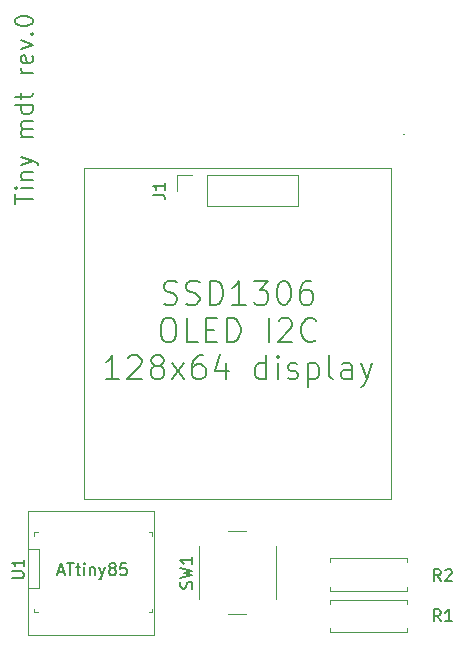
<source format=gbr>
G04 #@! TF.GenerationSoftware,KiCad,Pcbnew,(5.1.9)-1*
G04 #@! TF.CreationDate,2024-02-11T16:08:01+01:00*
G04 #@! TF.ProjectId,tiny_dt_0,74696e79-5f64-4745-9f30-2e6b69636164,rev?*
G04 #@! TF.SameCoordinates,Original*
G04 #@! TF.FileFunction,Legend,Top*
G04 #@! TF.FilePolarity,Positive*
%FSLAX46Y46*%
G04 Gerber Fmt 4.6, Leading zero omitted, Abs format (unit mm)*
G04 Created by KiCad (PCBNEW (5.1.9)-1) date 2024-02-11 16:08:01*
%MOMM*%
%LPD*%
G01*
G04 APERTURE LIST*
%ADD10C,0.150000*%
%ADD11C,0.120000*%
%ADD12C,0.100000*%
G04 APERTURE END LIST*
D10*
X187321428Y-102666666D02*
X187797619Y-102666666D01*
X187226190Y-102952380D02*
X187559523Y-101952380D01*
X187892857Y-102952380D01*
X188083333Y-101952380D02*
X188654761Y-101952380D01*
X188369047Y-102952380D02*
X188369047Y-101952380D01*
X188845238Y-102285714D02*
X189226190Y-102285714D01*
X188988095Y-101952380D02*
X188988095Y-102809523D01*
X189035714Y-102904761D01*
X189130952Y-102952380D01*
X189226190Y-102952380D01*
X189559523Y-102952380D02*
X189559523Y-102285714D01*
X189559523Y-101952380D02*
X189511904Y-102000000D01*
X189559523Y-102047619D01*
X189607142Y-102000000D01*
X189559523Y-101952380D01*
X189559523Y-102047619D01*
X190035714Y-102285714D02*
X190035714Y-102952380D01*
X190035714Y-102380952D02*
X190083333Y-102333333D01*
X190178571Y-102285714D01*
X190321428Y-102285714D01*
X190416666Y-102333333D01*
X190464285Y-102428571D01*
X190464285Y-102952380D01*
X190845238Y-102285714D02*
X191083333Y-102952380D01*
X191321428Y-102285714D02*
X191083333Y-102952380D01*
X190988095Y-103190476D01*
X190940476Y-103238095D01*
X190845238Y-103285714D01*
X191845238Y-102380952D02*
X191750000Y-102333333D01*
X191702380Y-102285714D01*
X191654761Y-102190476D01*
X191654761Y-102142857D01*
X191702380Y-102047619D01*
X191750000Y-102000000D01*
X191845238Y-101952380D01*
X192035714Y-101952380D01*
X192130952Y-102000000D01*
X192178571Y-102047619D01*
X192226190Y-102142857D01*
X192226190Y-102190476D01*
X192178571Y-102285714D01*
X192130952Y-102333333D01*
X192035714Y-102380952D01*
X191845238Y-102380952D01*
X191750000Y-102428571D01*
X191702380Y-102476190D01*
X191654761Y-102571428D01*
X191654761Y-102761904D01*
X191702380Y-102857142D01*
X191750000Y-102904761D01*
X191845238Y-102952380D01*
X192035714Y-102952380D01*
X192130952Y-102904761D01*
X192178571Y-102857142D01*
X192226190Y-102761904D01*
X192226190Y-102571428D01*
X192178571Y-102476190D01*
X192130952Y-102428571D01*
X192035714Y-102380952D01*
X193130952Y-101952380D02*
X192654761Y-101952380D01*
X192607142Y-102428571D01*
X192654761Y-102380952D01*
X192750000Y-102333333D01*
X192988095Y-102333333D01*
X193083333Y-102380952D01*
X193130952Y-102428571D01*
X193178571Y-102523809D01*
X193178571Y-102761904D01*
X193130952Y-102857142D01*
X193083333Y-102904761D01*
X192988095Y-102952380D01*
X192750000Y-102952380D01*
X192654761Y-102904761D01*
X192607142Y-102857142D01*
X183678571Y-71535714D02*
X183678571Y-70678571D01*
X185178571Y-71107142D02*
X183678571Y-71107142D01*
X185178571Y-70178571D02*
X184178571Y-70178571D01*
X183678571Y-70178571D02*
X183750000Y-70250000D01*
X183821428Y-70178571D01*
X183750000Y-70107142D01*
X183678571Y-70178571D01*
X183821428Y-70178571D01*
X184178571Y-69464285D02*
X185178571Y-69464285D01*
X184321428Y-69464285D02*
X184250000Y-69392857D01*
X184178571Y-69250000D01*
X184178571Y-69035714D01*
X184250000Y-68892857D01*
X184392857Y-68821428D01*
X185178571Y-68821428D01*
X184178571Y-68250000D02*
X185178571Y-67892857D01*
X184178571Y-67535714D02*
X185178571Y-67892857D01*
X185535714Y-68035714D01*
X185607142Y-68107142D01*
X185678571Y-68250000D01*
X185178571Y-65821428D02*
X184178571Y-65821428D01*
X184321428Y-65821428D02*
X184250000Y-65750000D01*
X184178571Y-65607142D01*
X184178571Y-65392857D01*
X184250000Y-65250000D01*
X184392857Y-65178571D01*
X185178571Y-65178571D01*
X184392857Y-65178571D02*
X184250000Y-65107142D01*
X184178571Y-64964285D01*
X184178571Y-64750000D01*
X184250000Y-64607142D01*
X184392857Y-64535714D01*
X185178571Y-64535714D01*
X185178571Y-63178571D02*
X183678571Y-63178571D01*
X185107142Y-63178571D02*
X185178571Y-63321428D01*
X185178571Y-63607142D01*
X185107142Y-63750000D01*
X185035714Y-63821428D01*
X184892857Y-63892857D01*
X184464285Y-63892857D01*
X184321428Y-63821428D01*
X184250000Y-63750000D01*
X184178571Y-63607142D01*
X184178571Y-63321428D01*
X184250000Y-63178571D01*
X184178571Y-62678571D02*
X184178571Y-62107142D01*
X183678571Y-62464285D02*
X184964285Y-62464285D01*
X185107142Y-62392857D01*
X185178571Y-62250000D01*
X185178571Y-62107142D01*
X185178571Y-60464285D02*
X184178571Y-60464285D01*
X184464285Y-60464285D02*
X184321428Y-60392857D01*
X184250000Y-60321428D01*
X184178571Y-60178571D01*
X184178571Y-60035714D01*
X185107142Y-58964285D02*
X185178571Y-59107142D01*
X185178571Y-59392857D01*
X185107142Y-59535714D01*
X184964285Y-59607142D01*
X184392857Y-59607142D01*
X184250000Y-59535714D01*
X184178571Y-59392857D01*
X184178571Y-59107142D01*
X184250000Y-58964285D01*
X184392857Y-58892857D01*
X184535714Y-58892857D01*
X184678571Y-59607142D01*
X184178571Y-58392857D02*
X185178571Y-58035714D01*
X184178571Y-57678571D01*
X185035714Y-57107142D02*
X185107142Y-57035714D01*
X185178571Y-57107142D01*
X185107142Y-57178571D01*
X185035714Y-57107142D01*
X185178571Y-57107142D01*
X183678571Y-56107142D02*
X183678571Y-55964285D01*
X183750000Y-55821428D01*
X183821428Y-55750000D01*
X183964285Y-55678571D01*
X184250000Y-55607142D01*
X184607142Y-55607142D01*
X184892857Y-55678571D01*
X185035714Y-55750000D01*
X185107142Y-55821428D01*
X185178571Y-55964285D01*
X185178571Y-56107142D01*
X185107142Y-56250000D01*
X185035714Y-56321428D01*
X184892857Y-56392857D01*
X184607142Y-56464285D01*
X184250000Y-56464285D01*
X183964285Y-56392857D01*
X183821428Y-56321428D01*
X183750000Y-56250000D01*
X183678571Y-56107142D01*
D11*
X185750000Y-104000000D02*
X184750000Y-104000000D01*
X185750000Y-100750000D02*
X185750000Y-104000000D01*
X184750000Y-100750000D02*
X185750000Y-100750000D01*
X184750000Y-97500000D02*
X185000000Y-97500000D01*
X184750000Y-108000000D02*
X184750000Y-97500000D01*
X195500000Y-108000000D02*
X184750000Y-108000000D01*
X195500000Y-97500000D02*
X195500000Y-108000000D01*
X185000000Y-97500000D02*
X195500000Y-97500000D01*
D10*
X196266666Y-79959523D02*
X196552380Y-80054761D01*
X197028571Y-80054761D01*
X197219047Y-79959523D01*
X197314285Y-79864285D01*
X197409523Y-79673809D01*
X197409523Y-79483333D01*
X197314285Y-79292857D01*
X197219047Y-79197619D01*
X197028571Y-79102380D01*
X196647619Y-79007142D01*
X196457142Y-78911904D01*
X196361904Y-78816666D01*
X196266666Y-78626190D01*
X196266666Y-78435714D01*
X196361904Y-78245238D01*
X196457142Y-78150000D01*
X196647619Y-78054761D01*
X197123809Y-78054761D01*
X197409523Y-78150000D01*
X198171428Y-79959523D02*
X198457142Y-80054761D01*
X198933333Y-80054761D01*
X199123809Y-79959523D01*
X199219047Y-79864285D01*
X199314285Y-79673809D01*
X199314285Y-79483333D01*
X199219047Y-79292857D01*
X199123809Y-79197619D01*
X198933333Y-79102380D01*
X198552380Y-79007142D01*
X198361904Y-78911904D01*
X198266666Y-78816666D01*
X198171428Y-78626190D01*
X198171428Y-78435714D01*
X198266666Y-78245238D01*
X198361904Y-78150000D01*
X198552380Y-78054761D01*
X199028571Y-78054761D01*
X199314285Y-78150000D01*
X200171428Y-80054761D02*
X200171428Y-78054761D01*
X200647619Y-78054761D01*
X200933333Y-78150000D01*
X201123809Y-78340476D01*
X201219047Y-78530952D01*
X201314285Y-78911904D01*
X201314285Y-79197619D01*
X201219047Y-79578571D01*
X201123809Y-79769047D01*
X200933333Y-79959523D01*
X200647619Y-80054761D01*
X200171428Y-80054761D01*
X203219047Y-80054761D02*
X202076190Y-80054761D01*
X202647619Y-80054761D02*
X202647619Y-78054761D01*
X202457142Y-78340476D01*
X202266666Y-78530952D01*
X202076190Y-78626190D01*
X203885714Y-78054761D02*
X205123809Y-78054761D01*
X204457142Y-78816666D01*
X204742857Y-78816666D01*
X204933333Y-78911904D01*
X205028571Y-79007142D01*
X205123809Y-79197619D01*
X205123809Y-79673809D01*
X205028571Y-79864285D01*
X204933333Y-79959523D01*
X204742857Y-80054761D01*
X204171428Y-80054761D01*
X203980952Y-79959523D01*
X203885714Y-79864285D01*
X206361904Y-78054761D02*
X206552380Y-78054761D01*
X206742857Y-78150000D01*
X206838095Y-78245238D01*
X206933333Y-78435714D01*
X207028571Y-78816666D01*
X207028571Y-79292857D01*
X206933333Y-79673809D01*
X206838095Y-79864285D01*
X206742857Y-79959523D01*
X206552380Y-80054761D01*
X206361904Y-80054761D01*
X206171428Y-79959523D01*
X206076190Y-79864285D01*
X205980952Y-79673809D01*
X205885714Y-79292857D01*
X205885714Y-78816666D01*
X205980952Y-78435714D01*
X206076190Y-78245238D01*
X206171428Y-78150000D01*
X206361904Y-78054761D01*
X208742857Y-78054761D02*
X208361904Y-78054761D01*
X208171428Y-78150000D01*
X208076190Y-78245238D01*
X207885714Y-78530952D01*
X207790476Y-78911904D01*
X207790476Y-79673809D01*
X207885714Y-79864285D01*
X207980952Y-79959523D01*
X208171428Y-80054761D01*
X208552380Y-80054761D01*
X208742857Y-79959523D01*
X208838095Y-79864285D01*
X208933333Y-79673809D01*
X208933333Y-79197619D01*
X208838095Y-79007142D01*
X208742857Y-78911904D01*
X208552380Y-78816666D01*
X208171428Y-78816666D01*
X207980952Y-78911904D01*
X207885714Y-79007142D01*
X207790476Y-79197619D01*
X196504761Y-81204761D02*
X196885714Y-81204761D01*
X197076190Y-81300000D01*
X197266666Y-81490476D01*
X197361904Y-81871428D01*
X197361904Y-82538095D01*
X197266666Y-82919047D01*
X197076190Y-83109523D01*
X196885714Y-83204761D01*
X196504761Y-83204761D01*
X196314285Y-83109523D01*
X196123809Y-82919047D01*
X196028571Y-82538095D01*
X196028571Y-81871428D01*
X196123809Y-81490476D01*
X196314285Y-81300000D01*
X196504761Y-81204761D01*
X199171428Y-83204761D02*
X198219047Y-83204761D01*
X198219047Y-81204761D01*
X199838095Y-82157142D02*
X200504761Y-82157142D01*
X200790476Y-83204761D02*
X199838095Y-83204761D01*
X199838095Y-81204761D01*
X200790476Y-81204761D01*
X201647619Y-83204761D02*
X201647619Y-81204761D01*
X202123809Y-81204761D01*
X202409523Y-81300000D01*
X202600000Y-81490476D01*
X202695238Y-81680952D01*
X202790476Y-82061904D01*
X202790476Y-82347619D01*
X202695238Y-82728571D01*
X202600000Y-82919047D01*
X202409523Y-83109523D01*
X202123809Y-83204761D01*
X201647619Y-83204761D01*
X205171428Y-83204761D02*
X205171428Y-81204761D01*
X206028571Y-81395238D02*
X206123809Y-81300000D01*
X206314285Y-81204761D01*
X206790476Y-81204761D01*
X206980952Y-81300000D01*
X207076190Y-81395238D01*
X207171428Y-81585714D01*
X207171428Y-81776190D01*
X207076190Y-82061904D01*
X205933333Y-83204761D01*
X207171428Y-83204761D01*
X209171428Y-83014285D02*
X209076190Y-83109523D01*
X208790476Y-83204761D01*
X208600000Y-83204761D01*
X208314285Y-83109523D01*
X208123809Y-82919047D01*
X208028571Y-82728571D01*
X207933333Y-82347619D01*
X207933333Y-82061904D01*
X208028571Y-81680952D01*
X208123809Y-81490476D01*
X208314285Y-81300000D01*
X208600000Y-81204761D01*
X208790476Y-81204761D01*
X209076190Y-81300000D01*
X209171428Y-81395238D01*
X192504761Y-86354761D02*
X191361904Y-86354761D01*
X191933333Y-86354761D02*
X191933333Y-84354761D01*
X191742857Y-84640476D01*
X191552380Y-84830952D01*
X191361904Y-84926190D01*
X193266666Y-84545238D02*
X193361904Y-84450000D01*
X193552380Y-84354761D01*
X194028571Y-84354761D01*
X194219047Y-84450000D01*
X194314285Y-84545238D01*
X194409523Y-84735714D01*
X194409523Y-84926190D01*
X194314285Y-85211904D01*
X193171428Y-86354761D01*
X194409523Y-86354761D01*
X195552380Y-85211904D02*
X195361904Y-85116666D01*
X195266666Y-85021428D01*
X195171428Y-84830952D01*
X195171428Y-84735714D01*
X195266666Y-84545238D01*
X195361904Y-84450000D01*
X195552380Y-84354761D01*
X195933333Y-84354761D01*
X196123809Y-84450000D01*
X196219047Y-84545238D01*
X196314285Y-84735714D01*
X196314285Y-84830952D01*
X196219047Y-85021428D01*
X196123809Y-85116666D01*
X195933333Y-85211904D01*
X195552380Y-85211904D01*
X195361904Y-85307142D01*
X195266666Y-85402380D01*
X195171428Y-85592857D01*
X195171428Y-85973809D01*
X195266666Y-86164285D01*
X195361904Y-86259523D01*
X195552380Y-86354761D01*
X195933333Y-86354761D01*
X196123809Y-86259523D01*
X196219047Y-86164285D01*
X196314285Y-85973809D01*
X196314285Y-85592857D01*
X196219047Y-85402380D01*
X196123809Y-85307142D01*
X195933333Y-85211904D01*
X196980952Y-86354761D02*
X198028571Y-85021428D01*
X196980952Y-85021428D02*
X198028571Y-86354761D01*
X199647619Y-84354761D02*
X199266666Y-84354761D01*
X199076190Y-84450000D01*
X198980952Y-84545238D01*
X198790476Y-84830952D01*
X198695238Y-85211904D01*
X198695238Y-85973809D01*
X198790476Y-86164285D01*
X198885714Y-86259523D01*
X199076190Y-86354761D01*
X199457142Y-86354761D01*
X199647619Y-86259523D01*
X199742857Y-86164285D01*
X199838095Y-85973809D01*
X199838095Y-85497619D01*
X199742857Y-85307142D01*
X199647619Y-85211904D01*
X199457142Y-85116666D01*
X199076190Y-85116666D01*
X198885714Y-85211904D01*
X198790476Y-85307142D01*
X198695238Y-85497619D01*
X201552380Y-85021428D02*
X201552380Y-86354761D01*
X201076190Y-84259523D02*
X200600000Y-85688095D01*
X201838095Y-85688095D01*
X204980952Y-86354761D02*
X204980952Y-84354761D01*
X204980952Y-86259523D02*
X204790476Y-86354761D01*
X204409523Y-86354761D01*
X204219047Y-86259523D01*
X204123809Y-86164285D01*
X204028571Y-85973809D01*
X204028571Y-85402380D01*
X204123809Y-85211904D01*
X204219047Y-85116666D01*
X204409523Y-85021428D01*
X204790476Y-85021428D01*
X204980952Y-85116666D01*
X205933333Y-86354761D02*
X205933333Y-85021428D01*
X205933333Y-84354761D02*
X205838095Y-84450000D01*
X205933333Y-84545238D01*
X206028571Y-84450000D01*
X205933333Y-84354761D01*
X205933333Y-84545238D01*
X206790476Y-86259523D02*
X206980952Y-86354761D01*
X207361904Y-86354761D01*
X207552380Y-86259523D01*
X207647619Y-86069047D01*
X207647619Y-85973809D01*
X207552380Y-85783333D01*
X207361904Y-85688095D01*
X207076190Y-85688095D01*
X206885714Y-85592857D01*
X206790476Y-85402380D01*
X206790476Y-85307142D01*
X206885714Y-85116666D01*
X207076190Y-85021428D01*
X207361904Y-85021428D01*
X207552380Y-85116666D01*
X208504761Y-85021428D02*
X208504761Y-87021428D01*
X208504761Y-85116666D02*
X208695238Y-85021428D01*
X209076190Y-85021428D01*
X209266666Y-85116666D01*
X209361904Y-85211904D01*
X209457142Y-85402380D01*
X209457142Y-85973809D01*
X209361904Y-86164285D01*
X209266666Y-86259523D01*
X209076190Y-86354761D01*
X208695238Y-86354761D01*
X208504761Y-86259523D01*
X210600000Y-86354761D02*
X210409523Y-86259523D01*
X210314285Y-86069047D01*
X210314285Y-84354761D01*
X212219047Y-86354761D02*
X212219047Y-85307142D01*
X212123809Y-85116666D01*
X211933333Y-85021428D01*
X211552380Y-85021428D01*
X211361904Y-85116666D01*
X212219047Y-86259523D02*
X212028571Y-86354761D01*
X211552380Y-86354761D01*
X211361904Y-86259523D01*
X211266666Y-86069047D01*
X211266666Y-85878571D01*
X211361904Y-85688095D01*
X211552380Y-85592857D01*
X212028571Y-85592857D01*
X212219047Y-85497619D01*
X212980952Y-85021428D02*
X213457142Y-86354761D01*
X213933333Y-85021428D02*
X213457142Y-86354761D01*
X213266666Y-86830952D01*
X213171428Y-86926190D01*
X212980952Y-87021428D01*
D11*
X216600000Y-65600000D02*
X216500000Y-65600000D01*
X189500000Y-96500000D02*
X189500000Y-68500000D01*
X215500000Y-96500000D02*
X189500000Y-96500000D01*
X215500000Y-68500000D02*
X215500000Y-96500000D01*
X189500000Y-68500000D02*
X215500000Y-68500000D01*
X203250000Y-99250000D02*
X201750000Y-99250000D01*
X199250000Y-100500000D02*
X199250000Y-105000000D01*
X201750000Y-106250000D02*
X203250000Y-106250000D01*
X205750000Y-105000000D02*
X205750000Y-100500000D01*
D12*
X185600000Y-106100000D02*
X185300000Y-106100000D01*
X185300000Y-106100000D02*
X185300000Y-105800000D01*
X185600000Y-99300000D02*
X185300000Y-99300000D01*
X185300000Y-99300000D02*
X185300000Y-99600000D01*
X195000000Y-99300000D02*
X195300000Y-99300000D01*
X195300000Y-99300000D02*
X195300000Y-99600000D01*
X195000000Y-106100000D02*
X195300000Y-106100000D01*
X195300000Y-106100000D02*
X195300000Y-105800000D01*
D11*
X210340000Y-101860000D02*
X210340000Y-101530000D01*
X210340000Y-101530000D02*
X216880000Y-101530000D01*
X216880000Y-101530000D02*
X216880000Y-101860000D01*
X210340000Y-103940000D02*
X210340000Y-104270000D01*
X210340000Y-104270000D02*
X216880000Y-104270000D01*
X216880000Y-104270000D02*
X216880000Y-103940000D01*
X210340000Y-105360000D02*
X210340000Y-105030000D01*
X210340000Y-105030000D02*
X216880000Y-105030000D01*
X216880000Y-105030000D02*
X216880000Y-105360000D01*
X210340000Y-107440000D02*
X210340000Y-107770000D01*
X210340000Y-107770000D02*
X216880000Y-107770000D01*
X216880000Y-107770000D02*
X216880000Y-107440000D01*
X199970000Y-71730000D02*
X199970000Y-69070000D01*
X199970000Y-71730000D02*
X207650000Y-71730000D01*
X207650000Y-71730000D02*
X207650000Y-69070000D01*
X199970000Y-69070000D02*
X207650000Y-69070000D01*
X197370000Y-69070000D02*
X198700000Y-69070000D01*
X197370000Y-70400000D02*
X197370000Y-69070000D01*
D10*
X198654761Y-104083333D02*
X198702380Y-103940476D01*
X198702380Y-103702380D01*
X198654761Y-103607142D01*
X198607142Y-103559523D01*
X198511904Y-103511904D01*
X198416666Y-103511904D01*
X198321428Y-103559523D01*
X198273809Y-103607142D01*
X198226190Y-103702380D01*
X198178571Y-103892857D01*
X198130952Y-103988095D01*
X198083333Y-104035714D01*
X197988095Y-104083333D01*
X197892857Y-104083333D01*
X197797619Y-104035714D01*
X197750000Y-103988095D01*
X197702380Y-103892857D01*
X197702380Y-103654761D01*
X197750000Y-103511904D01*
X197702380Y-103178571D02*
X198702380Y-102940476D01*
X197988095Y-102750000D01*
X198702380Y-102559523D01*
X197702380Y-102321428D01*
X198702380Y-101416666D02*
X198702380Y-101988095D01*
X198702380Y-101702380D02*
X197702380Y-101702380D01*
X197845238Y-101797619D01*
X197940476Y-101892857D01*
X197988095Y-101988095D01*
X183432380Y-103211904D02*
X184241904Y-103211904D01*
X184337142Y-103164285D01*
X184384761Y-103116666D01*
X184432380Y-103021428D01*
X184432380Y-102830952D01*
X184384761Y-102735714D01*
X184337142Y-102688095D01*
X184241904Y-102640476D01*
X183432380Y-102640476D01*
X184432380Y-101640476D02*
X184432380Y-102211904D01*
X184432380Y-101926190D02*
X183432380Y-101926190D01*
X183575238Y-102021428D01*
X183670476Y-102116666D01*
X183718095Y-102211904D01*
X219733333Y-103452380D02*
X219400000Y-102976190D01*
X219161904Y-103452380D02*
X219161904Y-102452380D01*
X219542857Y-102452380D01*
X219638095Y-102500000D01*
X219685714Y-102547619D01*
X219733333Y-102642857D01*
X219733333Y-102785714D01*
X219685714Y-102880952D01*
X219638095Y-102928571D01*
X219542857Y-102976190D01*
X219161904Y-102976190D01*
X220114285Y-102547619D02*
X220161904Y-102500000D01*
X220257142Y-102452380D01*
X220495238Y-102452380D01*
X220590476Y-102500000D01*
X220638095Y-102547619D01*
X220685714Y-102642857D01*
X220685714Y-102738095D01*
X220638095Y-102880952D01*
X220066666Y-103452380D01*
X220685714Y-103452380D01*
X219733333Y-106852380D02*
X219400000Y-106376190D01*
X219161904Y-106852380D02*
X219161904Y-105852380D01*
X219542857Y-105852380D01*
X219638095Y-105900000D01*
X219685714Y-105947619D01*
X219733333Y-106042857D01*
X219733333Y-106185714D01*
X219685714Y-106280952D01*
X219638095Y-106328571D01*
X219542857Y-106376190D01*
X219161904Y-106376190D01*
X220685714Y-106852380D02*
X220114285Y-106852380D01*
X220400000Y-106852380D02*
X220400000Y-105852380D01*
X220304761Y-105995238D01*
X220209523Y-106090476D01*
X220114285Y-106138095D01*
X195382380Y-70733333D02*
X196096666Y-70733333D01*
X196239523Y-70780952D01*
X196334761Y-70876190D01*
X196382380Y-71019047D01*
X196382380Y-71114285D01*
X196382380Y-69733333D02*
X196382380Y-70304761D01*
X196382380Y-70019047D02*
X195382380Y-70019047D01*
X195525238Y-70114285D01*
X195620476Y-70209523D01*
X195668095Y-70304761D01*
M02*

</source>
